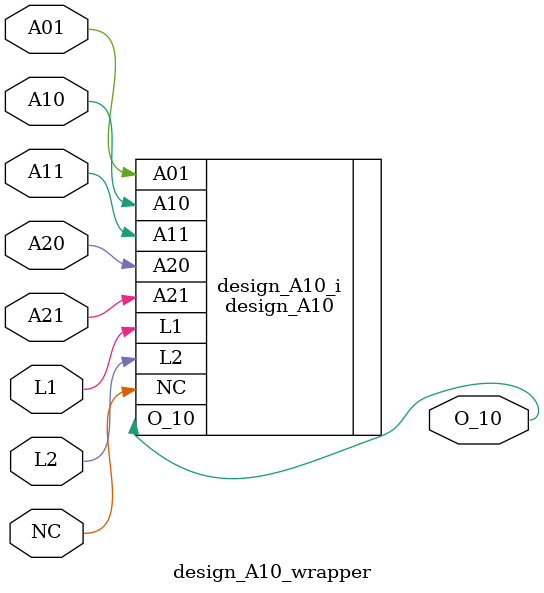
<source format=v>
`timescale 1 ps / 1 ps

module design_A10_wrapper
   (A01,
    A10,
    A11,
    A20,
    A21,
    L1,
    L2,
    NC,
    O_10);
  input A01;
  input A10;
  input A11;
  input A20;
  input A21;
  input L1;
  input L2;
  input NC;
  output O_10;

  wire A01;
  wire A10;
  wire A11;
  wire A20;
  wire A21;
  wire L1;
  wire L2;
  wire NC;
  wire O_10;

  design_A10 design_A10_i
       (.A01(A01),
        .A10(A10),
        .A11(A11),
        .A20(A20),
        .A21(A21),
        .L1(L1),
        .L2(L2),
        .NC(NC),
        .O_10(O_10));
endmodule

</source>
